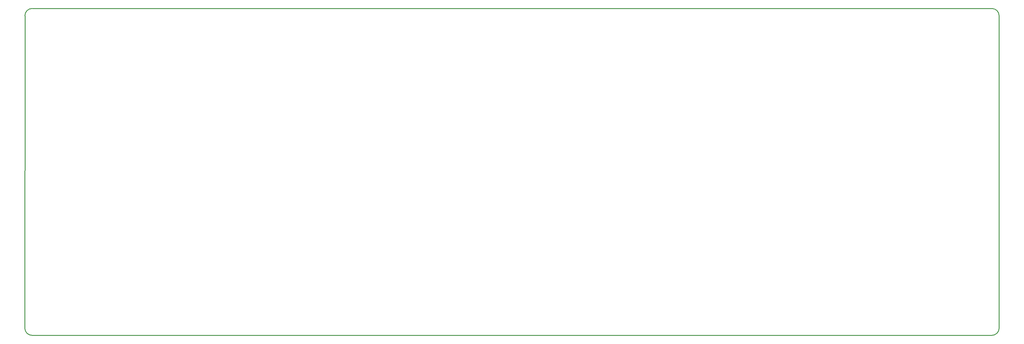
<source format=gm1>
G04*
G04 #@! TF.GenerationSoftware,Altium Limited,Altium Designer,21.7.2 (23)*
G04*
G04 Layer_Color=16711935*
%FSLAX25Y25*%
%MOIN*%
G70*
G04*
G04 #@! TF.SameCoordinates,8FBBE309-EC49-44CF-9814-742EC28C0B38*
G04*
G04*
G04 #@! TF.FilePolarity,Positive*
G04*
G01*
G75*
%ADD20C,0.01000*%
D20*
X1020131Y102612D02*
G03*
X1011757Y110986I-8374J0D01*
G01*
X1011757Y-263739D02*
G03*
X1020131Y-255365I-0J8374D01*
G01*
X-88141Y110986D02*
G03*
X-96515Y102614I0J-8374D01*
G01*
X-96590Y-255381D02*
G03*
X-88216Y-263757I8374J-2D01*
G01*
X-88141Y110986D02*
X1011757D01*
X-88141D02*
X-88141D01*
X1020131Y102612D02*
X1020131Y-255365D01*
X-96590Y-255381D02*
X-96515Y102614D01*
X-88216Y-263757D02*
X1011757Y-263739D01*
M02*

</source>
